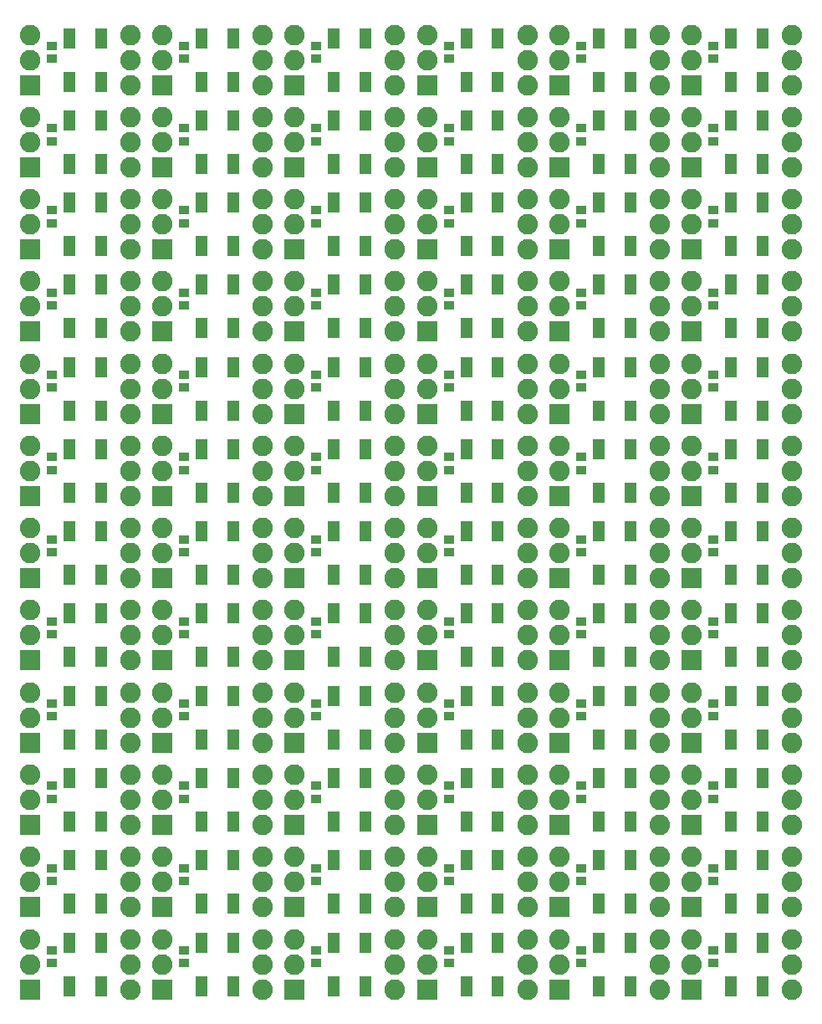
<source format=gts>
G75*
%MOIN*%
%OFA0B0*%
%FSLAX24Y24*%
%IPPOS*%
%LPD*%
%AMOC8*
5,1,8,0,0,1.08239X$1,22.5*
%
%ADD10R,0.0513X0.0789*%
%ADD11R,0.0434X0.0356*%
%ADD12R,0.0820X0.0820*%
%ADD13C,0.0820*%
D10*
X003750Y000884D03*
X005010Y000884D03*
X005010Y002616D03*
X003750Y002616D03*
X003750Y004159D03*
X005010Y004159D03*
X005010Y005892D03*
X003750Y005892D03*
X003750Y007435D03*
X005010Y007435D03*
X005010Y009167D03*
X003750Y009167D03*
X003750Y010711D03*
X005010Y010711D03*
X005010Y012443D03*
X003750Y012443D03*
X003750Y013986D03*
X005010Y013986D03*
X005010Y015719D03*
X003750Y015719D03*
X003750Y017262D03*
X005010Y017262D03*
X005010Y018994D03*
X003750Y018994D03*
X003750Y020537D03*
X005010Y020537D03*
X005010Y022270D03*
X003750Y022270D03*
X003750Y023813D03*
X005010Y023813D03*
X005010Y025545D03*
X003750Y025545D03*
X003750Y027089D03*
X005010Y027089D03*
X005010Y028821D03*
X003750Y028821D03*
X003750Y030364D03*
X005010Y030364D03*
X005010Y032096D03*
X003750Y032096D03*
X003750Y033640D03*
X005010Y033640D03*
X005010Y035372D03*
X003750Y035372D03*
X003750Y036915D03*
X005010Y036915D03*
X005010Y038648D03*
X003750Y038648D03*
X009025Y038648D03*
X010285Y038648D03*
X010285Y036915D03*
X009025Y036915D03*
X009025Y035372D03*
X010285Y035372D03*
X010285Y033640D03*
X009025Y033640D03*
X009025Y032096D03*
X010285Y032096D03*
X010285Y030364D03*
X009025Y030364D03*
X009025Y028821D03*
X010285Y028821D03*
X010285Y027089D03*
X009025Y027089D03*
X009025Y025545D03*
X010285Y025545D03*
X010285Y023813D03*
X009025Y023813D03*
X009025Y022270D03*
X010285Y022270D03*
X010285Y020537D03*
X009025Y020537D03*
X009025Y018994D03*
X010285Y018994D03*
X010285Y017262D03*
X009025Y017262D03*
X009025Y015719D03*
X010285Y015719D03*
X010285Y013986D03*
X009025Y013986D03*
X009025Y012443D03*
X010285Y012443D03*
X010285Y010711D03*
X009025Y010711D03*
X009025Y009167D03*
X010285Y009167D03*
X010285Y007435D03*
X009025Y007435D03*
X009025Y005892D03*
X010285Y005892D03*
X010285Y004159D03*
X009025Y004159D03*
X009025Y002616D03*
X010285Y002616D03*
X010285Y000884D03*
X009025Y000884D03*
X014301Y000884D03*
X015561Y000884D03*
X015561Y002616D03*
X014301Y002616D03*
X014301Y004159D03*
X015561Y004159D03*
X015561Y005892D03*
X014301Y005892D03*
X014301Y007435D03*
X015561Y007435D03*
X015561Y009167D03*
X014301Y009167D03*
X014301Y010711D03*
X015561Y010711D03*
X015561Y012443D03*
X014301Y012443D03*
X014301Y013986D03*
X015561Y013986D03*
X015561Y015719D03*
X014301Y015719D03*
X014301Y017262D03*
X015561Y017262D03*
X015561Y018994D03*
X014301Y018994D03*
X014301Y020537D03*
X015561Y020537D03*
X015561Y022270D03*
X014301Y022270D03*
X014301Y023813D03*
X015561Y023813D03*
X015561Y025545D03*
X014301Y025545D03*
X014301Y027089D03*
X015561Y027089D03*
X015561Y028821D03*
X014301Y028821D03*
X014301Y030364D03*
X015561Y030364D03*
X015561Y032096D03*
X014301Y032096D03*
X014301Y033640D03*
X015561Y033640D03*
X015561Y035372D03*
X014301Y035372D03*
X014301Y036915D03*
X015561Y036915D03*
X015561Y038648D03*
X014301Y038648D03*
X019577Y038648D03*
X020836Y038648D03*
X020836Y036915D03*
X019577Y036915D03*
X019577Y035372D03*
X020836Y035372D03*
X020836Y033640D03*
X019577Y033640D03*
X019577Y032096D03*
X020836Y032096D03*
X020836Y030364D03*
X019577Y030364D03*
X019577Y028821D03*
X020836Y028821D03*
X020836Y027089D03*
X019577Y027089D03*
X019577Y025545D03*
X020836Y025545D03*
X020836Y023813D03*
X019577Y023813D03*
X019577Y022270D03*
X020836Y022270D03*
X020836Y020537D03*
X019577Y020537D03*
X019577Y018994D03*
X020836Y018994D03*
X020836Y017262D03*
X019577Y017262D03*
X019577Y015719D03*
X020836Y015719D03*
X020836Y013986D03*
X019577Y013986D03*
X019577Y012443D03*
X020836Y012443D03*
X020836Y010711D03*
X019577Y010711D03*
X019577Y009167D03*
X020836Y009167D03*
X020836Y007435D03*
X019577Y007435D03*
X019577Y005892D03*
X020836Y005892D03*
X020836Y004159D03*
X019577Y004159D03*
X019577Y002616D03*
X020836Y002616D03*
X020836Y000884D03*
X019577Y000884D03*
X024852Y000884D03*
X026112Y000884D03*
X026112Y002616D03*
X024852Y002616D03*
X024852Y004159D03*
X026112Y004159D03*
X026112Y005892D03*
X024852Y005892D03*
X024852Y007435D03*
X026112Y007435D03*
X026112Y009167D03*
X024852Y009167D03*
X024852Y010711D03*
X026112Y010711D03*
X026112Y012443D03*
X024852Y012443D03*
X024852Y013986D03*
X026112Y013986D03*
X026112Y015719D03*
X024852Y015719D03*
X024852Y017262D03*
X026112Y017262D03*
X026112Y018994D03*
X024852Y018994D03*
X024852Y020537D03*
X026112Y020537D03*
X026112Y022270D03*
X024852Y022270D03*
X024852Y023813D03*
X026112Y023813D03*
X026112Y025545D03*
X024852Y025545D03*
X024852Y027089D03*
X026112Y027089D03*
X026112Y028821D03*
X024852Y028821D03*
X024852Y030364D03*
X026112Y030364D03*
X026112Y032096D03*
X024852Y032096D03*
X024852Y033640D03*
X026112Y033640D03*
X026112Y035372D03*
X024852Y035372D03*
X024852Y036915D03*
X026112Y036915D03*
X026112Y038648D03*
X024852Y038648D03*
X030128Y038648D03*
X031388Y038648D03*
X031388Y036915D03*
X030128Y036915D03*
X030128Y035372D03*
X031388Y035372D03*
X031388Y033640D03*
X030128Y033640D03*
X030128Y032096D03*
X031388Y032096D03*
X031388Y030364D03*
X030128Y030364D03*
X030128Y028821D03*
X031388Y028821D03*
X031388Y027089D03*
X030128Y027089D03*
X030128Y025545D03*
X031388Y025545D03*
X031388Y023813D03*
X030128Y023813D03*
X030128Y022270D03*
X031388Y022270D03*
X031388Y020537D03*
X030128Y020537D03*
X030128Y018994D03*
X031388Y018994D03*
X031388Y017262D03*
X030128Y017262D03*
X030128Y015719D03*
X031388Y015719D03*
X031388Y013986D03*
X030128Y013986D03*
X030128Y012443D03*
X031388Y012443D03*
X031388Y010711D03*
X030128Y010711D03*
X030128Y009167D03*
X031388Y009167D03*
X031388Y007435D03*
X030128Y007435D03*
X030128Y005892D03*
X031388Y005892D03*
X031388Y004159D03*
X030128Y004159D03*
X030128Y002616D03*
X031388Y002616D03*
X031388Y000884D03*
X030128Y000884D03*
D11*
X029433Y001794D03*
X029433Y002306D03*
X029433Y005070D03*
X029433Y005581D03*
X029433Y008345D03*
X029433Y008857D03*
X029433Y011621D03*
X029433Y012133D03*
X029433Y014896D03*
X029433Y015408D03*
X029433Y018172D03*
X029433Y018684D03*
X029433Y021448D03*
X029433Y021959D03*
X029433Y024723D03*
X029433Y025235D03*
X029433Y027999D03*
X029433Y028511D03*
X029433Y031274D03*
X029433Y031786D03*
X029433Y034550D03*
X029433Y035062D03*
X029433Y037826D03*
X029433Y038337D03*
X024157Y038337D03*
X024157Y037826D03*
X024157Y035062D03*
X024157Y034550D03*
X024157Y031786D03*
X024157Y031274D03*
X024157Y028511D03*
X024157Y027999D03*
X024157Y025235D03*
X024157Y024723D03*
X024157Y021959D03*
X024157Y021448D03*
X024157Y018684D03*
X024157Y018172D03*
X024157Y015408D03*
X024157Y014896D03*
X024157Y012133D03*
X024157Y011621D03*
X024157Y008857D03*
X024157Y008345D03*
X024157Y005581D03*
X024157Y005070D03*
X024157Y002306D03*
X024157Y001794D03*
X018882Y001794D03*
X018882Y002306D03*
X018882Y005070D03*
X018882Y005581D03*
X018882Y008345D03*
X018882Y008857D03*
X018882Y011621D03*
X018882Y012133D03*
X018882Y014896D03*
X018882Y015408D03*
X018882Y018172D03*
X018882Y018684D03*
X018882Y021448D03*
X018882Y021959D03*
X018882Y024723D03*
X018882Y025235D03*
X018882Y027999D03*
X018882Y028511D03*
X018882Y031274D03*
X018882Y031786D03*
X018882Y034550D03*
X018882Y035062D03*
X018882Y037826D03*
X018882Y038337D03*
X013606Y038337D03*
X013606Y037826D03*
X013606Y035062D03*
X013606Y034550D03*
X013606Y031786D03*
X013606Y031274D03*
X013606Y028511D03*
X013606Y027999D03*
X013606Y025235D03*
X013606Y024723D03*
X013606Y021959D03*
X013606Y021448D03*
X013606Y018684D03*
X013606Y018172D03*
X013606Y015408D03*
X013606Y014896D03*
X013606Y012133D03*
X013606Y011621D03*
X013606Y008857D03*
X013606Y008345D03*
X013606Y005581D03*
X013606Y005070D03*
X013606Y002306D03*
X013606Y001794D03*
X008330Y001794D03*
X008330Y002306D03*
X008330Y005070D03*
X008330Y005581D03*
X008330Y008345D03*
X008330Y008857D03*
X008330Y011621D03*
X008330Y012133D03*
X008330Y014896D03*
X008330Y015408D03*
X008330Y018172D03*
X008330Y018684D03*
X008330Y021448D03*
X008330Y021959D03*
X008330Y024723D03*
X008330Y025235D03*
X008330Y027999D03*
X008330Y028511D03*
X008330Y031274D03*
X008330Y031786D03*
X008330Y034550D03*
X008330Y035062D03*
X008330Y037826D03*
X008330Y038337D03*
X003055Y038337D03*
X003055Y037826D03*
X003055Y035062D03*
X003055Y034550D03*
X003055Y031786D03*
X003055Y031274D03*
X003055Y028511D03*
X003055Y027999D03*
X003055Y025235D03*
X003055Y024723D03*
X003055Y021959D03*
X003055Y021448D03*
X003055Y018684D03*
X003055Y018172D03*
X003055Y015408D03*
X003055Y014896D03*
X003055Y012133D03*
X003055Y011621D03*
X003055Y008857D03*
X003055Y008345D03*
X003055Y005581D03*
X003055Y005070D03*
X003055Y002306D03*
X003055Y001794D03*
D12*
X002180Y000750D03*
X002180Y004026D03*
X002180Y007301D03*
X002180Y010577D03*
X002180Y013852D03*
X002180Y017128D03*
X002180Y020404D03*
X002180Y023679D03*
X002180Y026955D03*
X002180Y030230D03*
X002180Y033506D03*
X002180Y036781D03*
X007455Y036781D03*
X007455Y033506D03*
X007455Y030230D03*
X007455Y026955D03*
X007455Y023679D03*
X007455Y020404D03*
X007455Y017128D03*
X007455Y013852D03*
X007455Y010577D03*
X007455Y007301D03*
X007455Y004026D03*
X007455Y000750D03*
X012731Y000750D03*
X012731Y004026D03*
X012731Y007301D03*
X012731Y010577D03*
X012731Y013852D03*
X012731Y017128D03*
X012731Y020404D03*
X012731Y023679D03*
X012731Y026955D03*
X012731Y030230D03*
X012731Y033506D03*
X012731Y036781D03*
X018007Y036781D03*
X018007Y033506D03*
X018007Y030230D03*
X018007Y026955D03*
X018007Y023679D03*
X018007Y020404D03*
X018007Y017128D03*
X018007Y013852D03*
X018007Y010577D03*
X018007Y007301D03*
X018007Y004026D03*
X018007Y000750D03*
X023282Y000750D03*
X023282Y004026D03*
X023282Y007301D03*
X023282Y010577D03*
X023282Y013852D03*
X023282Y017128D03*
X023282Y020404D03*
X023282Y023679D03*
X023282Y026955D03*
X023282Y030230D03*
X023282Y033506D03*
X023282Y036781D03*
X028558Y036781D03*
X028558Y033506D03*
X028558Y030230D03*
X028558Y026955D03*
X028558Y023679D03*
X028558Y020404D03*
X028558Y017128D03*
X028558Y013852D03*
X028558Y010577D03*
X028558Y007301D03*
X028558Y004026D03*
X028558Y000750D03*
D13*
X028558Y001750D03*
X028558Y002750D03*
X027282Y002750D03*
X027282Y001750D03*
X027282Y000750D03*
X027282Y004026D03*
X027282Y005026D03*
X027282Y006026D03*
X027282Y007301D03*
X027282Y008301D03*
X027282Y009301D03*
X027282Y010577D03*
X027282Y011577D03*
X027282Y012577D03*
X027282Y013852D03*
X027282Y014852D03*
X027282Y015852D03*
X027282Y017128D03*
X027282Y018128D03*
X027282Y019128D03*
X027282Y020404D03*
X027282Y021404D03*
X027282Y022404D03*
X027282Y023679D03*
X027282Y024679D03*
X027282Y025679D03*
X027282Y026955D03*
X027282Y027955D03*
X027282Y028955D03*
X027282Y030230D03*
X027282Y031230D03*
X027282Y032230D03*
X027282Y033506D03*
X027282Y034506D03*
X027282Y035506D03*
X027282Y036781D03*
X027282Y037781D03*
X027282Y038781D03*
X028558Y038781D03*
X028558Y037781D03*
X028558Y035506D03*
X028558Y034506D03*
X028558Y032230D03*
X028558Y031230D03*
X028558Y028955D03*
X028558Y027955D03*
X028558Y025679D03*
X028558Y024679D03*
X028558Y022404D03*
X028558Y021404D03*
X028558Y019128D03*
X028558Y018128D03*
X028558Y015852D03*
X028558Y014852D03*
X028558Y012577D03*
X028558Y011577D03*
X028558Y009301D03*
X028558Y008301D03*
X028558Y006026D03*
X028558Y005026D03*
X032558Y005026D03*
X032558Y004026D03*
X032558Y002750D03*
X032558Y001750D03*
X032558Y000750D03*
X032558Y006026D03*
X032558Y007301D03*
X032558Y008301D03*
X032558Y009301D03*
X032558Y010577D03*
X032558Y011577D03*
X032558Y012577D03*
X032558Y013852D03*
X032558Y014852D03*
X032558Y015852D03*
X032558Y017128D03*
X032558Y018128D03*
X032558Y019128D03*
X032558Y020404D03*
X032558Y021404D03*
X032558Y022404D03*
X032558Y023679D03*
X032558Y024679D03*
X032558Y025679D03*
X032558Y026955D03*
X032558Y027955D03*
X032558Y028955D03*
X032558Y030230D03*
X032558Y031230D03*
X032558Y032230D03*
X032558Y033506D03*
X032558Y034506D03*
X032558Y035506D03*
X032558Y036781D03*
X032558Y037781D03*
X032558Y038781D03*
X023282Y038781D03*
X023282Y037781D03*
X022007Y037781D03*
X022007Y036781D03*
X022007Y035506D03*
X022007Y034506D03*
X022007Y033506D03*
X022007Y032230D03*
X022007Y031230D03*
X022007Y030230D03*
X022007Y028955D03*
X022007Y027955D03*
X022007Y026955D03*
X022007Y025679D03*
X022007Y024679D03*
X022007Y023679D03*
X022007Y022404D03*
X022007Y021404D03*
X022007Y020404D03*
X022007Y019128D03*
X022007Y018128D03*
X022007Y017128D03*
X022007Y015852D03*
X022007Y014852D03*
X022007Y013852D03*
X022007Y012577D03*
X022007Y011577D03*
X022007Y010577D03*
X022007Y009301D03*
X022007Y008301D03*
X022007Y007301D03*
X022007Y006026D03*
X022007Y005026D03*
X022007Y004026D03*
X022007Y002750D03*
X022007Y001750D03*
X022007Y000750D03*
X023282Y001750D03*
X023282Y002750D03*
X023282Y005026D03*
X023282Y006026D03*
X023282Y008301D03*
X023282Y009301D03*
X023282Y011577D03*
X023282Y012577D03*
X023282Y014852D03*
X023282Y015852D03*
X023282Y018128D03*
X023282Y019128D03*
X023282Y021404D03*
X023282Y022404D03*
X023282Y024679D03*
X023282Y025679D03*
X023282Y027955D03*
X023282Y028955D03*
X023282Y031230D03*
X023282Y032230D03*
X023282Y034506D03*
X023282Y035506D03*
X022007Y038781D03*
X018007Y038781D03*
X018007Y037781D03*
X016731Y037781D03*
X016731Y036781D03*
X016731Y035506D03*
X016731Y034506D03*
X016731Y033506D03*
X016731Y032230D03*
X016731Y031230D03*
X016731Y030230D03*
X016731Y028955D03*
X016731Y027955D03*
X016731Y026955D03*
X016731Y025679D03*
X016731Y024679D03*
X016731Y023679D03*
X018007Y024679D03*
X018007Y025679D03*
X018007Y027955D03*
X018007Y028955D03*
X018007Y031230D03*
X018007Y032230D03*
X018007Y034506D03*
X018007Y035506D03*
X016731Y038781D03*
X012731Y038781D03*
X012731Y037781D03*
X011455Y037781D03*
X011455Y036781D03*
X011455Y035506D03*
X011455Y034506D03*
X011455Y033506D03*
X011455Y032230D03*
X011455Y031230D03*
X011455Y030230D03*
X011455Y028955D03*
X011455Y027955D03*
X011455Y026955D03*
X011455Y025679D03*
X011455Y024679D03*
X011455Y023679D03*
X011455Y022404D03*
X011455Y021404D03*
X011455Y020404D03*
X011455Y019128D03*
X011455Y018128D03*
X011455Y017128D03*
X011455Y015852D03*
X011455Y014852D03*
X011455Y013852D03*
X011455Y012577D03*
X011455Y011577D03*
X011455Y010577D03*
X011455Y009301D03*
X011455Y008301D03*
X011455Y007301D03*
X011455Y006026D03*
X011455Y005026D03*
X011455Y004026D03*
X011455Y002750D03*
X011455Y001750D03*
X011455Y000750D03*
X012731Y001750D03*
X012731Y002750D03*
X012731Y005026D03*
X012731Y006026D03*
X012731Y008301D03*
X012731Y009301D03*
X012731Y011577D03*
X012731Y012577D03*
X012731Y014852D03*
X012731Y015852D03*
X012731Y018128D03*
X012731Y019128D03*
X012731Y021404D03*
X012731Y022404D03*
X012731Y024679D03*
X012731Y025679D03*
X012731Y027955D03*
X012731Y028955D03*
X012731Y031230D03*
X012731Y032230D03*
X012731Y034506D03*
X012731Y035506D03*
X011455Y038781D03*
X007455Y038781D03*
X007455Y037781D03*
X006180Y037781D03*
X006180Y036781D03*
X006180Y035506D03*
X006180Y034506D03*
X006180Y033506D03*
X006180Y032230D03*
X006180Y031230D03*
X006180Y030230D03*
X006180Y028955D03*
X006180Y027955D03*
X006180Y026955D03*
X006180Y025679D03*
X006180Y024679D03*
X006180Y023679D03*
X006180Y022404D03*
X006180Y021404D03*
X006180Y020404D03*
X006180Y019128D03*
X006180Y018128D03*
X006180Y017128D03*
X006180Y015852D03*
X006180Y014852D03*
X006180Y013852D03*
X006180Y012577D03*
X006180Y011577D03*
X006180Y010577D03*
X006180Y009301D03*
X006180Y008301D03*
X006180Y007301D03*
X006180Y006026D03*
X006180Y005026D03*
X006180Y004026D03*
X006180Y002750D03*
X006180Y001750D03*
X006180Y000750D03*
X007455Y001750D03*
X007455Y002750D03*
X007455Y005026D03*
X007455Y006026D03*
X007455Y008301D03*
X007455Y009301D03*
X007455Y011577D03*
X007455Y012577D03*
X007455Y014852D03*
X007455Y015852D03*
X007455Y018128D03*
X007455Y019128D03*
X007455Y021404D03*
X007455Y022404D03*
X007455Y024679D03*
X007455Y025679D03*
X007455Y027955D03*
X007455Y028955D03*
X007455Y031230D03*
X007455Y032230D03*
X007455Y034506D03*
X007455Y035506D03*
X006180Y038781D03*
X002180Y038781D03*
X002180Y037781D03*
X002180Y035506D03*
X002180Y034506D03*
X002180Y032230D03*
X002180Y031230D03*
X002180Y028955D03*
X002180Y027955D03*
X002180Y025679D03*
X002180Y024679D03*
X002180Y022404D03*
X002180Y021404D03*
X002180Y019128D03*
X002180Y018128D03*
X002180Y015852D03*
X002180Y014852D03*
X002180Y012577D03*
X002180Y011577D03*
X002180Y009301D03*
X002180Y008301D03*
X002180Y006026D03*
X002180Y005026D03*
X002180Y002750D03*
X002180Y001750D03*
X016731Y001750D03*
X016731Y002750D03*
X018007Y002750D03*
X018007Y001750D03*
X016731Y000750D03*
X016731Y004026D03*
X016731Y005026D03*
X016731Y006026D03*
X016731Y007301D03*
X016731Y008301D03*
X016731Y009301D03*
X018007Y009301D03*
X018007Y008301D03*
X016731Y010577D03*
X016731Y011577D03*
X016731Y012577D03*
X018007Y012577D03*
X018007Y011577D03*
X016731Y013852D03*
X016731Y014852D03*
X016731Y015852D03*
X018007Y015852D03*
X018007Y014852D03*
X016731Y017128D03*
X016731Y018128D03*
X016731Y019128D03*
X016731Y020404D03*
X016731Y021404D03*
X016731Y022404D03*
X018007Y022404D03*
X018007Y021404D03*
X018007Y019128D03*
X018007Y018128D03*
X018007Y006026D03*
X018007Y005026D03*
M02*

</source>
